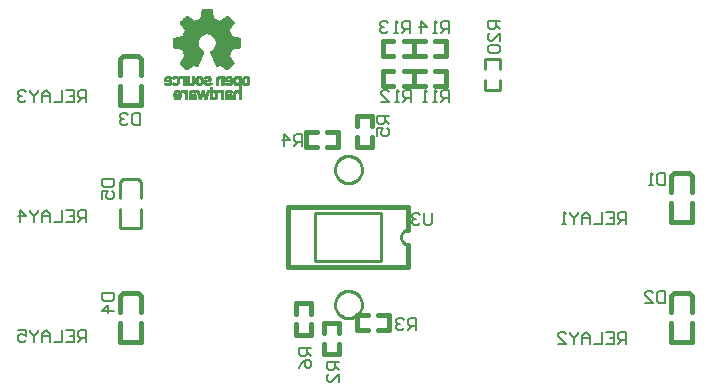
<source format=gbo>
*%FSLAX25Y25*%
*%MOIN*%
G01*
%ADD11C,0.00100*%
%ADD12C,0.00700*%
%ADD13C,0.00733*%
%ADD14C,0.01000*%
%ADD15C,0.01200*%
%ADD16C,0.01500*%
%ADD17C,0.02000*%
%ADD18C,0.03000*%
%ADD19C,0.04000*%
%ADD20C,0.04800*%
%ADD21C,0.05000*%
%ADD22C,0.05800*%
%ADD23C,0.07000*%
%ADD24C,0.08000*%
%ADD25C,0.08800*%
%ADD26C,0.12000*%
%ADD27R,0.00967X0.00967*%
%ADD28R,0.01000X0.01000*%
%ADD29R,0.01386X0.01386*%
%ADD30R,0.01500X0.01500*%
%ADD31R,0.02000X0.02000*%
%ADD32R,0.02000X0.02000*%
%ADD33R,0.02500X0.02500*%
%ADD34R,0.02500X0.02500*%
%ADD35R,0.03000X0.03000*%
%ADD36R,0.03000X0.03000*%
%ADD37R,0.03500X0.03500*%
%ADD38R,0.03500X0.03500*%
%ADD39R,0.03800X0.03800*%
%ADD40R,0.04000X0.04000*%
%ADD41R,0.04000X0.04000*%
%ADD42R,0.04500X0.04500*%
%ADD43R,0.05000X0.05000*%
%ADD44R,0.05000X0.06000*%
%ADD45R,0.05000X0.05000*%
%ADD46R,0.05800X0.06800*%
%ADD47R,0.06000X0.05000*%
%ADD48R,0.06000X0.06000*%
%ADD49R,0.06800X0.05800*%
%ADD50R,0.08500X0.08500*%
%ADD51R,0.09000X0.09000*%
%ADD52R,0.10000X0.10000*%
D11*
X939900Y858400D02*
X943200D01*
Y858300D02*
X939900D01*
Y858200D02*
X943200D01*
Y858100D02*
X939900D01*
X939800Y858000D02*
X943300D01*
Y857900D02*
X939800D01*
Y857800D02*
X943300D01*
Y857700D02*
X939800D01*
Y857600D02*
X943300D01*
Y857500D02*
X939800D01*
X939700Y857400D02*
X943400D01*
Y857300D02*
X939700D01*
Y857200D02*
X943400D01*
Y857100D02*
X939700D01*
Y857000D02*
X943400D01*
Y856900D02*
X939700D01*
Y856800D02*
X943400D01*
X943500Y856700D02*
X939600D01*
Y856600D02*
X943500D01*
Y856500D02*
X939600D01*
Y856400D02*
X943500D01*
X943600Y856300D02*
X939500D01*
X948100Y856200D02*
X948500D01*
X943600D02*
X939500D01*
X935000D02*
X934600D01*
X947900Y856100D02*
X948600D01*
X943600D02*
X939500D01*
X935200D02*
X934500D01*
X947700Y856000D02*
X948700D01*
X943600D02*
X939500D01*
X935400D02*
X934400D01*
X947600Y855900D02*
X948800D01*
X943600D02*
X939500D01*
X935500D02*
X934300D01*
X947500Y855800D02*
X948900D01*
X943700D02*
X939400D01*
X935600D02*
X934200D01*
X947300Y855700D02*
X949000D01*
X943700D02*
X939400D01*
X935800D02*
X934100D01*
X947200Y855600D02*
X949100D01*
X943700D02*
X939400D01*
X935900D02*
X934000D01*
X947000Y855500D02*
X949200D01*
X943700D02*
X939400D01*
X936100D02*
X933900D01*
X946900Y855400D02*
X949300D01*
X943900D02*
X939200D01*
X936200D02*
X933800D01*
X946700Y855300D02*
X949400D01*
X944100D02*
X939000D01*
X936400D02*
X933700D01*
X946600Y855200D02*
X949500D01*
X944300D02*
X938800D01*
X936500D02*
X933600D01*
X946500Y855100D02*
X949600D01*
X944600D02*
X938500D01*
X936600D02*
X933500D01*
X946300Y855000D02*
X949700D01*
X944800D02*
X938300D01*
X936800D02*
X933400D01*
X946200Y854900D02*
X949800D01*
X945100D02*
X938000D01*
X936900D02*
X933300D01*
X946000Y854800D02*
X949900D01*
X945300D02*
X937800D01*
X937100D02*
X933200D01*
X945900Y854700D02*
X950000D01*
X945600D02*
X937500D01*
X937200D02*
X933100D01*
X933000Y854600D02*
X950100D01*
X950200Y854500D02*
X932900D01*
X932800Y854400D02*
X950300D01*
X950400Y854300D02*
X932700D01*
X932600Y854200D02*
X950500D01*
Y854100D02*
X932600D01*
Y854000D02*
X950500D01*
X950400Y853900D02*
X932700D01*
X932800Y853800D02*
X950300D01*
Y853700D02*
X932800D01*
X932900Y853600D02*
X950200D01*
X950100Y853500D02*
X933000D01*
Y853400D02*
X950100D01*
X950000Y853300D02*
X933100D01*
X933200Y853200D02*
X949900D01*
Y853100D02*
X933200D01*
X933300Y853000D02*
X949800D01*
X949700Y852900D02*
X933400D01*
Y852800D02*
X949700D01*
X949600Y852700D02*
X933500D01*
X933600Y852600D02*
X949500D01*
X949400Y852500D02*
X933700D01*
Y852400D02*
X949400D01*
X949300Y852300D02*
X933800D01*
X933900Y852100D02*
X949200D01*
X949100Y852000D02*
X934000D01*
X934100Y851900D02*
X949000D01*
Y851800D02*
X934100D01*
X934200Y851700D02*
X948900D01*
X948800Y851600D02*
X934300D01*
X934200Y851500D02*
X948900D01*
Y851400D02*
X934200D01*
X934100Y851300D02*
X949000D01*
Y851200D02*
X934100D01*
X934000Y851100D02*
X949100D01*
Y851000D02*
X934000D01*
Y850900D02*
X949100D01*
X949200Y850800D02*
X933900D01*
Y850700D02*
X949200D01*
X949300Y850600D02*
X933800D01*
Y850500D02*
X949300D01*
Y850400D02*
X933800D01*
X942000Y850300D02*
X949400D01*
X941100D02*
X933700D01*
X942400Y850200D02*
X949400D01*
X940700D02*
X933700D01*
X942700Y850100D02*
X949500D01*
X940400D02*
X933600D01*
X942900Y850000D02*
X949500D01*
X940200D02*
X933600D01*
X943200Y849900D02*
X949600D01*
X939900D02*
X933500D01*
X943300Y849800D02*
X949600D01*
X939800D02*
X933500D01*
X943400Y849700D02*
X949700D01*
X939700D02*
X933400D01*
X943500Y849600D02*
X949700D01*
X939600D02*
X933400D01*
X943600Y849500D02*
X949800D01*
X939500D02*
X933300D01*
X943800Y849400D02*
X950300D01*
X939300D02*
X932800D01*
X943800Y849300D02*
X950900D01*
X939300D02*
X932200D01*
X943900Y849200D02*
X951400D01*
X939200D02*
X931700D01*
X944000Y849100D02*
X951900D01*
X939100D02*
X931200D01*
X944100Y849000D02*
X952300D01*
X939000D02*
X930800D01*
X944100Y848900D02*
X952700D01*
X939000D02*
X930400D01*
X944200Y848800D02*
X952700D01*
X938900D02*
X930400D01*
X944200Y848700D02*
X952700D01*
X938900D02*
X930400D01*
X944300Y848600D02*
X952700D01*
X938800D02*
X930400D01*
X944300Y848500D02*
X952700D01*
X938800D02*
X930400D01*
X944400Y848400D02*
X952700D01*
X938700D02*
X930400D01*
X944400Y848300D02*
X952700D01*
X938700D02*
X930400D01*
X944400Y848200D02*
X952700D01*
X938700D02*
X930400D01*
X944500Y848100D02*
X952700D01*
X938600D02*
X930400D01*
X944500Y848000D02*
X952700D01*
X938600D02*
X930400D01*
X944500Y847900D02*
X952700D01*
X938600D02*
X930400D01*
X944500Y847800D02*
X952700D01*
X938600D02*
X930400D01*
X944500Y847700D02*
X952700D01*
X938600D02*
X930400D01*
X944500Y847600D02*
X952700D01*
X938600D02*
X930400D01*
X944500Y847500D02*
X952700D01*
X938600D02*
X930400D01*
X944500Y847400D02*
X952700D01*
X938600D02*
X930400D01*
X944500Y847300D02*
X952700D01*
X938600D02*
X930400D01*
X944500Y847200D02*
X952700D01*
X938600D02*
X930400D01*
X944500Y847100D02*
X952700D01*
X938600D02*
X930400D01*
X944500Y847000D02*
X952700D01*
X938600D02*
X930400D01*
X944500Y846900D02*
X952700D01*
X938600D02*
X930400D01*
X944500Y846800D02*
X952700D01*
X938600D02*
X930400D01*
X944500Y846700D02*
X952700D01*
X938600D02*
X930400D01*
X944500Y846600D02*
X952700D01*
X938600D02*
X930400D01*
X944500Y846500D02*
X952700D01*
X938600D02*
X930400D01*
X944400Y846400D02*
X952700D01*
X938700D02*
X930400D01*
X944400Y846300D02*
X952700D01*
X938700D02*
X930400D01*
X944400Y846200D02*
X952700D01*
X938700D02*
X930400D01*
X944300Y846100D02*
X952700D01*
X938800D02*
X930400D01*
X944200Y846000D02*
X952700D01*
X938900D02*
X930400D01*
X944200Y845900D02*
X952700D01*
X938900D02*
X930400D01*
X944100Y845800D02*
X952600D01*
X939000D02*
X930500D01*
X944100Y845700D02*
X952300D01*
X939000D02*
X930800D01*
X944000Y845600D02*
X951800D01*
X939100D02*
X931300D01*
X944000Y845500D02*
X951400D01*
X939100D02*
X931700D01*
X943900Y845400D02*
X950900D01*
X939200D02*
X932200D01*
X943800Y845300D02*
X950300D01*
X939300D02*
X932800D01*
X943700Y845200D02*
X949800D01*
X939400D02*
X933300D01*
X943600Y845100D02*
X949800D01*
X939500D02*
X933300D01*
X943500Y845000D02*
X949700D01*
X939600D02*
X933400D01*
X943300Y844900D02*
X949700D01*
X939800D02*
X933400D01*
X943200Y844800D02*
X949700D01*
X939900D02*
X933400D01*
X943100Y844700D02*
X949600D01*
X940000D02*
X933500D01*
X942900Y844600D02*
X949600D01*
X940200D02*
X933500D01*
X942700Y844500D02*
X949500D01*
X940400D02*
X933600D01*
X942700Y844400D02*
X949500D01*
X940400D02*
X933600D01*
X942700Y844300D02*
X949400D01*
X940400D02*
X933700D01*
X942700Y844200D02*
X949400D01*
X940400D02*
X933700D01*
X942700Y844100D02*
X949300D01*
X940400D02*
X933800D01*
X942800Y844000D02*
X949300D01*
X940300D02*
X933800D01*
X942800Y843900D02*
X949300D01*
X940300D02*
X933800D01*
X942900Y843800D02*
X949200D01*
X940200D02*
X933900D01*
X942900Y843700D02*
X949200D01*
X940200D02*
X933900D01*
X942900Y843600D02*
X949200D01*
X940200D02*
X933900D01*
X943000Y843500D02*
X949100D01*
X940100D02*
X934000D01*
X943000Y843400D02*
X949100D01*
X940100D02*
X934000D01*
X943100Y843300D02*
X949000D01*
X940000D02*
X934100D01*
X943100Y843200D02*
X949000D01*
X940000D02*
X934100D01*
X943200Y843100D02*
X949000D01*
X939900D02*
X934100D01*
X943200Y843000D02*
X948900D01*
X939900D02*
X934200D01*
X943300Y842900D02*
X949000D01*
X939800D02*
X934100D01*
X943300Y842800D02*
X949000D01*
X939800D02*
X934100D01*
X943300Y842700D02*
X949100D01*
X939800D02*
X934000D01*
X943400Y842600D02*
X949200D01*
X939700D02*
X933900D01*
X943400Y842500D02*
X949200D01*
X939700D02*
X933900D01*
X943500Y842400D02*
X949300D01*
X939600D02*
X933800D01*
X943500Y842300D02*
X949400D01*
X939600D02*
X933700D01*
X943500Y842200D02*
X949500D01*
X939600D02*
X933600D01*
X943600Y842100D02*
X949500D01*
X939500D02*
X933600D01*
X943600Y842000D02*
X949600D01*
X939500D02*
X933500D01*
X943700Y841900D02*
X949700D01*
X939400D02*
X933400D01*
X943700Y841800D02*
X949700D01*
X939400D02*
X933400D01*
X943800Y841700D02*
X949800D01*
X939300D02*
X933300D01*
X943800Y841600D02*
X949900D01*
X939300D02*
X933200D01*
X943800Y841500D02*
X949900D01*
X939300D02*
X933200D01*
X943900Y841400D02*
X950000D01*
X939200D02*
X933100D01*
X943900Y841300D02*
X950100D01*
X939200D02*
X933000D01*
X943900Y841200D02*
X950100D01*
X939200D02*
X933000D01*
X944000Y841100D02*
X950200D01*
X939100D02*
X932900D01*
X944000Y841000D02*
X950300D01*
X939100D02*
X932800D01*
X944100Y840900D02*
X950300D01*
X939000D02*
X932800D01*
X944100Y840800D02*
X950400D01*
X939000D02*
X932700D01*
X944200Y840700D02*
X950500D01*
X938900D02*
X932600D01*
X944200Y840600D02*
X950500D01*
X938900D02*
X932600D01*
X944200Y840500D02*
X950500D01*
X938900D02*
X932600D01*
X944300Y840400D02*
X950400D01*
X938800D02*
X932700D01*
X944300Y840300D02*
X950300D01*
X938800D02*
X932800D01*
X944400Y840200D02*
X950200D01*
X938700D02*
X932900D01*
X944400Y840100D02*
X950100D01*
X938700D02*
X933000D01*
X944500Y840000D02*
X950000D01*
X938600D02*
X933100D01*
X946000Y839900D02*
X949900D01*
X945900D02*
X944500D01*
X938600D02*
X937200D01*
X937100D02*
X933200D01*
X946200Y839800D02*
X949800D01*
X945700D02*
X944500D01*
X938600D02*
X937400D01*
X936900D02*
X933300D01*
X946300Y839700D02*
X949700D01*
X945400D02*
X944600D01*
X938500D02*
X937700D01*
X936800D02*
X933400D01*
X946500Y839600D02*
X949600D01*
X945300D02*
X944600D01*
X938500D02*
X937800D01*
X936600D02*
X933500D01*
X946600Y839500D02*
X949500D01*
X945100D02*
X944700D01*
X938400D02*
X938000D01*
X936500D02*
X933600D01*
X946800Y839400D02*
X949400D01*
X944900D02*
X944800D01*
X938300D02*
X938200D01*
X936300D02*
X933700D01*
X946900Y839300D02*
X949300D01*
X936200D02*
X933800D01*
X947100Y839200D02*
X949200D01*
X936000D02*
X933900D01*
X947200Y839100D02*
X949100D01*
X935900D02*
X934000D01*
X947300Y839000D02*
X949000D01*
X935800D02*
X934100D01*
X947500Y838900D02*
X948900D01*
X935600D02*
X934200D01*
X947600Y838800D02*
X948800D01*
X935500D02*
X934300D01*
X947800Y838700D02*
X948700D01*
X935300D02*
X934400D01*
X947900Y838600D02*
X948600D01*
X935200D02*
X934500D01*
X948100Y838500D02*
X948500D01*
X935000D02*
X934600D01*
X954100Y836200D02*
X955100D01*
X952900D02*
X952200D01*
X951900D02*
X951000D01*
X949300D02*
X948400D01*
X947200D02*
X946400D01*
X946200D02*
X945300D01*
X942300D02*
X941200D01*
X939500D02*
X938500D01*
X937400D02*
X936600D01*
X935600D02*
X934800D01*
X934300D02*
X933600D01*
X933300D02*
X932500D01*
X931500D02*
X930500D01*
X929000D02*
X928100D01*
X953900Y836100D02*
X955300D01*
X952900D02*
X952200D01*
X952100D02*
X950900D01*
X949500D02*
X948200D01*
X947200D02*
X946400D01*
X946300D02*
X945200D01*
X942500D02*
X941000D01*
X939700D02*
X938300D01*
X937400D02*
X936600D01*
X935600D02*
X934800D01*
X934300D02*
X933600D01*
X933500D02*
X932200D01*
X931700D02*
X930300D01*
X929200D02*
X927900D01*
X953800Y836000D02*
X955400D01*
X952900D02*
X950800D01*
X949600D02*
X948000D01*
X947200D02*
X945000D01*
X942700D02*
X940800D01*
X939800D02*
X938200D01*
X937400D02*
X936600D01*
X935600D02*
X934800D01*
X934300D02*
X932200D01*
X931800D02*
X930100D01*
X929300D02*
X927700D01*
X953700Y835900D02*
X955500D01*
X952900D02*
X950700D01*
X949700D02*
X947900D01*
X947200D02*
X944900D01*
X942800D02*
X940600D01*
X939900D02*
X938100D01*
X937400D02*
X936600D01*
X935600D02*
X934800D01*
X934300D02*
X932200D01*
X931900D02*
X930000D01*
X929400D02*
X927600D01*
X953600Y835800D02*
X955600D01*
X952900D02*
X950600D01*
X949800D02*
X947800D01*
X947200D02*
X944800D01*
X942800D02*
X940600D01*
X940000D02*
X938000D01*
X937400D02*
X936600D01*
X935600D02*
X934800D01*
X934300D02*
X932300D01*
X932000D02*
X929900D01*
X929500D02*
X927500D01*
X953500Y835700D02*
X955700D01*
X952900D02*
X950500D01*
X949900D02*
X947800D01*
X947200D02*
X944800D01*
X942900D02*
X940600D01*
X940100D02*
X937900D01*
X937400D02*
X936600D01*
X935600D02*
X934800D01*
X934300D02*
X932400D01*
X932100D02*
X929800D01*
X929600D02*
X927400D01*
X953400Y835600D02*
X955700D01*
X952900D02*
X950500D01*
X949900D02*
X947700D01*
X947200D02*
X944700D01*
X943000D02*
X940700D01*
X940200D02*
X937900D01*
X937400D02*
X936600D01*
X935600D02*
X934800D01*
X934300D02*
X932500D01*
X932200D02*
X929800D01*
X929600D02*
X927400D01*
X954700Y835500D02*
X955800D01*
X954400D02*
X953400D01*
X952900D02*
X951900D01*
X951400D02*
X950400D01*
X950000D02*
X949100D01*
X948600D02*
X947600D01*
X947200D02*
X946100D01*
X945700D02*
X944700D01*
X943000D02*
X942100D01*
X941400D02*
X940800D01*
X940200D02*
X939200D01*
X938900D02*
X937800D01*
X937400D02*
X936600D01*
X935600D02*
X934800D01*
X934300D02*
X933300D01*
X932900D02*
X932500D01*
X932200D02*
X931200D01*
X930700D02*
X930000D01*
X929700D02*
X928800D01*
X928300D02*
X927300D01*
X954900Y835400D02*
X955800D01*
X954200D02*
X953400D01*
X952900D02*
X952000D01*
X951300D02*
X950400D01*
X950000D02*
X949200D01*
X948500D02*
X947600D01*
X947200D02*
X946300D01*
X945600D02*
X944700D01*
X943000D02*
X942200D01*
X941200D02*
X940900D01*
X940300D02*
X939400D01*
X938700D02*
X937800D01*
X937400D02*
X936600D01*
X935600D02*
X934800D01*
X934300D02*
X933400D01*
X932300D02*
X931400D01*
X930600D02*
X930100D01*
X929700D02*
X928900D01*
X928100D02*
X927300D01*
X955000Y835300D02*
X955800D01*
X954100D02*
X953300D01*
X952900D02*
X952100D01*
X951200D02*
X950400D01*
X950100D02*
X949300D01*
X948400D02*
X947600D01*
X947200D02*
X946300D01*
X945500D02*
X944600D01*
X943000D02*
X942200D01*
X941100D02*
X941000D01*
X940300D02*
X939400D01*
X938600D02*
X937800D01*
X937400D02*
X936600D01*
X935600D02*
X934800D01*
X934300D02*
X933500D01*
X932300D02*
X931500D01*
X930500D02*
X930200D01*
X929700D02*
X929000D01*
X928100D02*
X927300D01*
X955100Y835200D02*
X955800D01*
X954100D02*
X953300D01*
X952900D02*
X952100D01*
X951200D02*
X950400D01*
X950100D02*
X949300D01*
X948300D02*
X947500D01*
X947200D02*
X946400D01*
X945500D02*
X944600D01*
X943000D02*
X942200D01*
X940300D02*
X939500D01*
X938500D02*
X937700D01*
X937400D02*
X936600D01*
X935600D02*
X934800D01*
X934300D02*
X933500D01*
X932300D02*
X931500D01*
X929800D02*
X929000D01*
X928000D02*
X927300D01*
X955100Y835100D02*
X955800D01*
X954100D02*
X953300D01*
X952900D02*
X952100D01*
X951200D02*
X950400D01*
X950100D02*
X949400D01*
X948300D02*
X947500D01*
X947200D02*
X946400D01*
X945400D02*
X944600D01*
X943000D02*
X942000D01*
X940300D02*
X939500D01*
X938500D02*
X937700D01*
X937400D02*
X936600D01*
X935600D02*
X934800D01*
X934300D02*
X933500D01*
X932400D02*
X931600D01*
X929800D02*
X929000D01*
X928000D02*
X927300D01*
X955100Y835000D02*
X955800D01*
X954100D02*
X953300D01*
X952900D02*
X952200D01*
X951100D02*
X950400D01*
X950100D02*
X947500D01*
X947200D02*
X946400D01*
X945400D02*
X944600D01*
X942900D02*
X941200D01*
X940300D02*
X939500D01*
X938500D02*
X937700D01*
X937400D02*
X936600D01*
X935600D02*
X934800D01*
X934300D02*
X933600D01*
X932400D02*
X931600D01*
X929800D02*
X927300D01*
X955100Y834900D02*
X955800D01*
X954100D02*
X953300D01*
X952900D02*
X952200D01*
X951100D02*
X950400D01*
X950100D02*
X947500D01*
X947200D02*
X946400D01*
X945400D02*
X944600D01*
X942900D02*
X940900D01*
X940300D02*
X939500D01*
X938500D02*
X937700D01*
X937400D02*
X936600D01*
X935600D02*
X934800D01*
X934300D02*
X933600D01*
X932400D02*
X931600D01*
X929800D02*
X927300D01*
X955100Y834800D02*
X955800D01*
X954100D02*
X953300D01*
X952900D02*
X952200D01*
X951100D02*
X950400D01*
X950100D02*
X947500D01*
X947200D02*
X946400D01*
X945400D02*
X944600D01*
X942800D02*
X940800D01*
X940300D02*
X939600D01*
X938500D02*
X937700D01*
X937400D02*
X936600D01*
X935600D02*
X934800D01*
X934300D02*
X933600D01*
X932400D02*
X931600D01*
X929800D02*
X927300D01*
X955100Y834700D02*
X955800D01*
X954000D02*
X953300D01*
X952900D02*
X952200D01*
X951100D02*
X950400D01*
X950100D02*
X947500D01*
X947200D02*
X946400D01*
X945400D02*
X944600D01*
X942800D02*
X940700D01*
X940300D02*
X939600D01*
X938500D02*
X937700D01*
X937400D02*
X936600D01*
X935600D02*
X934800D01*
X934300D02*
X933600D01*
X932400D02*
X931600D01*
X929800D02*
X927300D01*
X955100Y834600D02*
X955800D01*
X954100D02*
X953300D01*
X952900D02*
X952200D01*
X951100D02*
X950400D01*
X950100D02*
X947500D01*
X947200D02*
X946400D01*
X945400D02*
X944600D01*
X942700D02*
X940600D01*
X940300D02*
X939600D01*
X938500D02*
X937700D01*
X937400D02*
X936600D01*
X935600D02*
X934800D01*
X934300D02*
X933600D01*
X932400D02*
X931600D01*
X929800D02*
X927300D01*
X955100Y834500D02*
X955800D01*
X954100D02*
X953300D01*
X952900D02*
X952200D01*
X951100D02*
X950400D01*
X950100D02*
X947500D01*
X947200D02*
X946400D01*
X945400D02*
X944600D01*
X942500D02*
X940600D01*
X940300D02*
X939600D01*
X938500D02*
X937700D01*
X937400D02*
X936600D01*
X935600D02*
X934800D01*
X934300D02*
X933600D01*
X932400D02*
X931600D01*
X929800D02*
X927300D01*
X955100Y834400D02*
X955800D01*
X954100D02*
X953300D01*
X952900D02*
X952200D01*
X951100D02*
X950400D01*
X950100D02*
X947500D01*
X947200D02*
X946400D01*
X945400D02*
X944600D01*
X942300D02*
X940500D01*
X940300D02*
X939500D01*
X938500D02*
X937700D01*
X937400D02*
X936600D01*
X935600D02*
X934800D01*
X934300D02*
X933600D01*
X932400D02*
X931600D01*
X929800D02*
X927300D01*
X955100Y834300D02*
X955800D01*
X954100D02*
X953300D01*
X952900D02*
X952200D01*
X951200D02*
X950400D01*
X950100D02*
X949400D01*
X947200D02*
X946400D01*
X945400D02*
X944600D01*
X941400D02*
X940500D01*
X940300D02*
X939500D01*
X938500D02*
X937700D01*
X937400D02*
X936600D01*
X935600D02*
X934800D01*
X934300D02*
X933600D01*
X932400D02*
X931600D01*
X929800D02*
X929000D01*
X955100Y834200D02*
X955800D01*
X954100D02*
X953300D01*
X952900D02*
X952100D01*
X951200D02*
X950400D01*
X950100D02*
X949300D01*
X947200D02*
X946400D01*
X945400D02*
X944600D01*
X941300D02*
X940500D01*
X940300D02*
X939500D01*
X938500D02*
X937700D01*
X937400D02*
X936600D01*
X935600D02*
X934800D01*
X934300D02*
X933600D01*
X932400D02*
X931500D01*
X929800D02*
X929000D01*
X955000Y834100D02*
X955800D01*
X954100D02*
X953300D01*
X952900D02*
X952100D01*
X951200D02*
X950400D01*
X950100D02*
X949300D01*
X947200D02*
X946400D01*
X945400D02*
X944600D01*
X942800D02*
X942600D01*
X941300D02*
X940500D01*
X940300D02*
X939500D01*
X938600D02*
X937800D01*
X937400D02*
X936500D01*
X935600D02*
X934800D01*
X934300D02*
X933600D01*
X932300D02*
X931500D01*
X930400D02*
X930300D01*
X929700D02*
X929000D01*
X955000Y834000D02*
X955800D01*
X954200D02*
X953400D01*
X952900D02*
X952000D01*
X951300D02*
X950400D01*
X950000D02*
X949200D01*
X948200D02*
X948000D01*
X947200D02*
X946400D01*
X945400D02*
X944600D01*
X942900D02*
X942500D01*
X941300D02*
X940500D01*
X940300D02*
X939400D01*
X938600D02*
X937800D01*
X937400D02*
X936500D01*
X935700D02*
X934800D01*
X934300D02*
X933600D01*
X932300D02*
X931400D01*
X930500D02*
X930200D01*
X929700D02*
X928900D01*
X927900D02*
X927700D01*
X954800Y833900D02*
X955800D01*
X954300D02*
X953400D01*
X952900D02*
X951900D01*
X951400D02*
X950400D01*
X950000D02*
X949100D01*
X948400D02*
X947900D01*
X947200D02*
X946400D01*
X945400D02*
X944600D01*
X943000D02*
X942300D01*
X941400D02*
X940500D01*
X940200D02*
X939300D01*
X938800D02*
X937800D01*
X937300D02*
X936300D01*
X935800D02*
X934800D01*
X934300D02*
X933600D01*
X932300D02*
X931300D01*
X930700D02*
X930100D01*
X929700D02*
X928800D01*
X928100D02*
X927600D01*
X953400Y833800D02*
X955800D01*
X952900D02*
X950400D01*
X950000D02*
X947700D01*
X947200D02*
X946400D01*
X945400D02*
X944600D01*
X943200D02*
X940500D01*
X940200D02*
X937900D01*
X937300D02*
X934800D01*
X934300D02*
X933600D01*
X932200D02*
X929900D01*
X929700D02*
X927400D01*
X953400Y833700D02*
X955700D01*
X952900D02*
X950500D01*
X949900D02*
X947600D01*
X947200D02*
X946400D01*
X945400D02*
X944600D01*
X943200D02*
X940600D01*
X940100D02*
X937900D01*
X937300D02*
X934800D01*
X934300D02*
X933600D01*
X932100D02*
X929800D01*
X929600D02*
X927300D01*
X953500Y833600D02*
X955600D01*
X952900D02*
X950500D01*
X949900D02*
X947600D01*
X947200D02*
X946400D01*
X945400D02*
X944600D01*
X943200D02*
X940600D01*
X940100D02*
X938000D01*
X937200D02*
X934800D01*
X934300D02*
X933600D01*
X932100D02*
X929800D01*
X929600D02*
X927300D01*
X953600Y833500D02*
X955600D01*
X952900D02*
X950600D01*
X949800D02*
X947700D01*
X947200D02*
X946400D01*
X945400D02*
X944600D01*
X943000D02*
X940700D01*
X940000D02*
X938000D01*
X937100D02*
X934800D01*
X934300D02*
X933600D01*
X932000D02*
X930000D01*
X929500D02*
X927300D01*
X953700Y833400D02*
X955500D01*
X952900D02*
X950700D01*
X949700D02*
X947800D01*
X947200D02*
X946400D01*
X945400D02*
X944600D01*
X942900D02*
X940800D01*
X939900D02*
X938100D01*
X937000D02*
X934800D01*
X934300D02*
X933600D01*
X931900D02*
X930100D01*
X929400D02*
X927500D01*
X953800Y833300D02*
X955300D01*
X952900D02*
X952200D01*
X952100D02*
X950800D01*
X949600D02*
X947900D01*
X947200D02*
X946400D01*
X945400D02*
X944600D01*
X942700D02*
X940900D01*
X939800D02*
X938300D01*
X936900D02*
X934800D01*
X934300D02*
X933600D01*
X931800D02*
X930200D01*
X929300D02*
X927600D01*
X954000Y833200D02*
X955200D01*
X952900D02*
X952200D01*
X952000D02*
X951000D01*
X949400D02*
X948100D01*
X947200D02*
X946400D01*
X945400D02*
X944600D01*
X942500D02*
X941100D01*
X939600D02*
X938400D01*
X936800D02*
X935800D01*
X935600D02*
X934800D01*
X934300D02*
X933600D01*
X931600D02*
X930400D01*
X929100D02*
X927800D01*
X954400Y833100D02*
X954700D01*
X952900D02*
X952200D01*
X951600D02*
X951300D01*
X949000D02*
X948600D01*
X942000D02*
X941700D01*
X939200D02*
X938900D01*
X936400D02*
X936100D01*
X931100D02*
X930800D01*
X928700D02*
X928300D01*
X952200Y833000D02*
X952900D01*
Y832900D02*
X952200D01*
Y832800D02*
X952900D01*
Y832700D02*
X952200D01*
X943300D02*
X942500D01*
X952200Y832600D02*
X952900D01*
X943300D02*
X942500D01*
X952200Y832500D02*
X952900D01*
X943300D02*
X942500D01*
X952200Y832400D02*
X952900D01*
X943300D02*
X942500D01*
X952200Y832300D02*
X952900D01*
X943300D02*
X942500D01*
X952200Y832200D02*
X952900D01*
X943300D02*
X942500D01*
X952200Y832100D02*
X952900D01*
X943300D02*
X942500D01*
X952200Y832000D02*
X952900D01*
X943300D02*
X942500D01*
X952200Y831900D02*
X952900D01*
X943300D02*
X942500D01*
X952200Y831800D02*
X952900D01*
X943300D02*
X942500D01*
X952200Y831700D02*
X952900D01*
X943300D02*
X942500D01*
X952200Y831600D02*
X952900D01*
X943300D02*
X942500D01*
X952200Y831500D02*
X952900D01*
X951900D02*
X951100D01*
X949400D02*
X948300D01*
X947100D02*
X946300D01*
X946000D02*
X945200D01*
X944400D02*
X943600D01*
X943300D02*
X942500D01*
X942400D02*
X941600D01*
X940500D02*
X939900D01*
X938800D02*
X938000D01*
X937400D02*
X936300D01*
X935100D02*
X934300D01*
X934000D02*
X933200D01*
X932200D02*
X931300D01*
X952200Y831400D02*
X952900D01*
X952100D02*
X950900D01*
X949600D02*
X948000D01*
X947100D02*
X946300D01*
X946200D02*
X945000D01*
X944600D02*
X943400D01*
X943300D02*
X942500D01*
X942300D02*
X941500D01*
X940500D02*
X939900D01*
X938800D02*
X938000D01*
X937600D02*
X936000D01*
X935100D02*
X934300D01*
X934200D02*
X933000D01*
X932400D02*
X931100D01*
X950800Y831300D02*
X952900D01*
X949800D02*
X947900D01*
X947100D02*
X944900D01*
X944700D02*
X942500D01*
X942300D02*
X941500D01*
X940500D02*
X939800D01*
X938900D02*
X938000D01*
X937800D02*
X935900D01*
X935100D02*
X932900D01*
X932500D02*
X930900D01*
X950600Y831200D02*
X952900D01*
X949900D02*
X947800D01*
X947100D02*
X944900D01*
X944800D02*
X942500D01*
X942300D02*
X941500D01*
X940600D02*
X939800D01*
X938900D02*
X938100D01*
X937900D02*
X935800D01*
X935100D02*
X932900D01*
X932600D02*
X930800D01*
X950600Y831100D02*
X952900D01*
X949900D02*
X947700D01*
X947100D02*
X945000D01*
X944900D02*
X942500D01*
X942200D02*
X941500D01*
X940600D02*
X939700D01*
X938900D02*
X938100D01*
X938000D02*
X935700D01*
X935100D02*
X933000D01*
X932700D02*
X930700D01*
X950500Y831000D02*
X952900D01*
X949900D02*
X947700D01*
X947100D02*
X945100D01*
X944900D02*
X942500D01*
X942200D02*
X941500D01*
X940600D02*
X939700D01*
X938900D02*
X938100D01*
X937900D02*
X935600D01*
X935100D02*
X933100D01*
X932800D02*
X930700D01*
X950500Y830900D02*
X952900D01*
X949800D02*
X947600D01*
X947100D02*
X945200D01*
X945000D02*
X942500D01*
X942200D02*
X941400D01*
X940700D02*
X939700D01*
X939000D02*
X938200D01*
X937800D02*
X935600D01*
X935100D02*
X933200D01*
X932800D02*
X930600D01*
X951700Y830800D02*
X952900D01*
X951600D02*
X950400D01*
X949700D02*
X949200D01*
X948500D02*
X947600D01*
X947100D02*
X945900D01*
X945800D02*
X945300D01*
X945000D02*
X943900D01*
X943700D02*
X942500D01*
X942200D02*
X941400D01*
X940700D02*
X939700D01*
X939000D02*
X938200D01*
X937700D02*
X937200D01*
X936500D02*
X935600D01*
X935100D02*
X933900D01*
X933800D02*
X933300D01*
X932900D02*
X932000D01*
X931500D02*
X930500D01*
X952000Y830700D02*
X952900D01*
X951300D02*
X950400D01*
X949600D02*
X949300D01*
X948400D02*
X947600D01*
X947100D02*
X946200D01*
X945000D02*
X944100D01*
X943400D02*
X942500D01*
X942100D02*
X941400D01*
X940800D02*
X939700D01*
X939000D02*
X938200D01*
X937500D02*
X937300D01*
X936300D02*
X935600D01*
X935100D02*
X934100D01*
X933000D02*
X932100D01*
X931400D02*
X930500D01*
X952100Y830600D02*
X952900D01*
X951200D02*
X950400D01*
X948300D02*
X947600D01*
X947100D02*
X946200D01*
X945000D02*
X944200D01*
X943400D02*
X942500D01*
X942100D02*
X941300D01*
X940800D02*
X939600D01*
X939000D02*
X938300D01*
X936300D02*
X935600D01*
X935100D02*
X934200D01*
X933000D02*
X932200D01*
X931300D02*
X930500D01*
X952100Y830500D02*
X952900D01*
X951200D02*
X950400D01*
X948300D02*
X947600D01*
X947100D02*
X946300D01*
X945000D02*
X944200D01*
X943400D02*
X942500D01*
X942100D02*
X941300D01*
X940800D02*
X939600D01*
X939100D02*
X938300D01*
X936300D02*
X935600D01*
X935100D02*
X934300D01*
X933000D02*
X932200D01*
X931300D02*
X930400D01*
X952200Y830400D02*
X952900D01*
X951100D02*
X950400D01*
X948300D02*
X947600D01*
X947100D02*
X946300D01*
X945100D02*
X944300D01*
X943300D02*
X942500D01*
X942000D02*
X941300D01*
X940800D02*
X939500D01*
X939100D02*
X938300D01*
X936300D02*
X935600D01*
X935100D02*
X934300D01*
X933000D02*
X932300D01*
X931200D02*
X930400D01*
X952200Y830300D02*
X952900D01*
X951100D02*
X950400D01*
X949400D02*
X947600D01*
X947100D02*
X946300D01*
X945100D02*
X944300D01*
X943300D02*
X942500D01*
X942000D02*
X941300D01*
X940900D02*
X939500D01*
X939100D02*
X938400D01*
X937300D02*
X935600D01*
X935100D02*
X934300D01*
X933000D02*
X930400D01*
X952200Y830200D02*
X952900D01*
X951100D02*
X950400D01*
X949600D02*
X947600D01*
X947100D02*
X946300D01*
X945100D02*
X944300D01*
X943300D02*
X942500D01*
X942000D02*
X941200D01*
X940900D02*
X939500D01*
X939200D02*
X938400D01*
X937600D02*
X935600D01*
X935100D02*
X934300D01*
X933100D02*
X930400D01*
X952200Y830100D02*
X952900D01*
X951100D02*
X950400D01*
X949800D02*
X947600D01*
X947100D02*
X946300D01*
X945100D02*
X944300D01*
X943300D02*
X942500D01*
X942000D02*
X941200D01*
X940900D02*
X940300D01*
X940100D02*
X939400D01*
X939200D02*
X938400D01*
X937800D02*
X935600D01*
X935100D02*
X934300D01*
X933100D02*
X930400D01*
X952200Y830000D02*
X952900D01*
X951100D02*
X950400D01*
X949900D02*
X947600D01*
X947100D02*
X946300D01*
X945100D02*
X944300D01*
X943300D02*
X942500D01*
X941900D02*
X941200D01*
X941000D02*
X940300D01*
X940100D02*
X939400D01*
X939200D02*
X938500D01*
X937900D02*
X935600D01*
X935100D02*
X934300D01*
X933100D02*
X930400D01*
X952200Y829900D02*
X952900D01*
X951100D02*
X950400D01*
X949900D02*
X947600D01*
X947100D02*
X946300D01*
X945100D02*
X944300D01*
X943300D02*
X942500D01*
X941900D02*
X941100D01*
X941000D02*
X940300D01*
X940100D02*
X939400D01*
X939200D02*
X938500D01*
X937900D02*
X935600D01*
X935100D02*
X934300D01*
X933100D02*
X930400D01*
X952200Y829800D02*
X952900D01*
X951100D02*
X950400D01*
X950000D02*
X947600D01*
X947100D02*
X946300D01*
X945100D02*
X944300D01*
X943300D02*
X942500D01*
X941900D02*
X941100D01*
X941000D02*
X940300D01*
X940000D02*
X939300D01*
X939200D02*
X938500D01*
X938000D02*
X935600D01*
X935100D02*
X934300D01*
X933100D02*
X930400D01*
X952200Y829700D02*
X952900D01*
X951100D02*
X950400D01*
X950100D02*
X947600D01*
X947100D02*
X946300D01*
X945100D02*
X944300D01*
X943300D02*
X942500D01*
X941800D02*
X941100D01*
X941000D02*
X940400D01*
X940000D02*
X938600D01*
X938100D02*
X935600D01*
X935100D02*
X934300D01*
X933100D02*
X930400D01*
X952200Y829600D02*
X952900D01*
X951100D02*
X950400D01*
X950100D02*
X949300D01*
X948300D02*
X947600D01*
X947100D02*
X946300D01*
X945100D02*
X944300D01*
X943300D02*
X942500D01*
X941800D02*
X940400D01*
X940000D02*
X938600D01*
X938100D02*
X937300D01*
X936300D02*
X935600D01*
X935100D02*
X934300D01*
X933000D02*
X932300D01*
X952200Y829500D02*
X952900D01*
X951100D02*
X950400D01*
X950100D02*
X949400D01*
X948300D02*
X947600D01*
X947100D02*
X946300D01*
X945000D02*
X944300D01*
X943300D02*
X942500D01*
X941700D02*
X940400D01*
X939900D02*
X938600D01*
X938100D02*
X937400D01*
X936300D02*
X935600D01*
X935100D02*
X934300D01*
X933000D02*
X932200D01*
X952200Y829400D02*
X952900D01*
X951100D02*
X950400D01*
X950100D02*
X949400D01*
X948400D02*
X947600D01*
X947100D02*
X946300D01*
X945000D02*
X944200D01*
X943400D02*
X942500D01*
X941700D02*
X940400D01*
X939900D02*
X938600D01*
X938100D02*
X937400D01*
X936300D02*
X935600D01*
X935100D02*
X934300D01*
X933000D02*
X932200D01*
X952200Y829300D02*
X952900D01*
X951100D02*
X950400D01*
X950100D02*
X949400D01*
X948400D02*
X947600D01*
X947100D02*
X946300D01*
X945000D02*
X944200D01*
X943400D02*
X942500D01*
X941700D02*
X940500D01*
X939900D02*
X938700D01*
X938100D02*
X937400D01*
X936300D02*
X935600D01*
X935100D02*
X934300D01*
X933000D02*
X932200D01*
X931200D02*
X930900D01*
X952200Y829200D02*
X952900D01*
X951100D02*
X950400D01*
X950100D02*
X949300D01*
X948400D02*
X947600D01*
X947100D02*
X946300D01*
X945000D02*
X944100D01*
X943500D02*
X942500D01*
X941600D02*
X940500D01*
X939800D02*
X938700D01*
X938100D02*
X937300D01*
X936400D02*
X935600D01*
X935100D02*
X934300D01*
X932900D02*
X932100D01*
X931300D02*
X930800D01*
X952200Y829100D02*
X952900D01*
X951100D02*
X950400D01*
X950100D02*
X947600D01*
X947100D02*
X946300D01*
X945000D02*
X942500D01*
X941600D02*
X940500D01*
X939800D02*
X938700D01*
X938100D02*
X935600D01*
X935100D02*
X934300D01*
X932900D02*
X930700D01*
X952200Y829000D02*
X952900D01*
X951100D02*
X950400D01*
X950000D02*
X947600D01*
X947100D02*
X946300D01*
X945000D02*
X942500D01*
X941600D02*
X940600D01*
X939800D02*
X938800D01*
X938100D02*
X935600D01*
X935100D02*
X934300D01*
X932800D02*
X930500D01*
X952200Y828900D02*
X952900D01*
X951100D02*
X950400D01*
X950000D02*
X947600D01*
X947100D02*
X946300D01*
X944900D02*
X942500D01*
X941600D02*
X940600D01*
X939800D02*
X938800D01*
X938000D02*
X935600D01*
X935100D02*
X934300D01*
X932800D02*
X930500D01*
X952200Y828800D02*
X952900D01*
X951100D02*
X950400D01*
X949900D02*
X947600D01*
X947100D02*
X946300D01*
X944800D02*
X942500D01*
X941500D02*
X940600D01*
X939800D02*
X938800D01*
X938000D02*
X935600D01*
X935100D02*
X934300D01*
X932700D02*
X930600D01*
X952200Y828700D02*
X952900D01*
X951100D02*
X950400D01*
X949900D02*
X947600D01*
X947100D02*
X946300D01*
X944700D02*
X942500D01*
X941500D02*
X940700D01*
X939700D02*
X938900D01*
X937900D02*
X935600D01*
X935100D02*
X934300D01*
X932600D02*
X930700D01*
X952200Y828600D02*
X952900D01*
X951100D02*
X950400D01*
X949800D02*
X947600D01*
X947100D02*
X946300D01*
X944700D02*
X942500D01*
X941500D02*
X940700D01*
X939700D02*
X938900D01*
X937700D02*
X935600D01*
X935100D02*
X934300D01*
X932500D02*
X930800D01*
X952200Y828500D02*
X952900D01*
X951100D02*
X950400D01*
X949600D02*
X948400D01*
X948300D02*
X947600D01*
X947100D02*
X946300D01*
X944500D02*
X943500D01*
X943300D02*
X942500D01*
X941400D02*
X940700D01*
X939700D02*
X938900D01*
X937600D02*
X936400D01*
X936300D02*
X935600D01*
X935100D02*
X934300D01*
X932300D02*
X931000D01*
X933900Y852200D02*
X949200D01*
D12*
X910800Y802000D02*
X906801D01*
X910800D02*
Y800001D01*
X910133Y799334D01*
X907468D01*
X906801Y800001D01*
Y802000D01*
Y798001D02*
Y795336D01*
Y798001D02*
X908801D01*
X908134Y796668D01*
Y796002D01*
X908801Y795336D01*
X910133D01*
X910800Y796002D01*
Y797335D01*
X910133Y798001D01*
X1094300Y800000D02*
Y803999D01*
Y800000D02*
X1092301D01*
X1091634Y800666D01*
Y803332D01*
X1092301Y803999D01*
X1094300D01*
X1090301Y800000D02*
X1088968D01*
X1089635D01*
Y803999D01*
X1089636D01*
X1089635D02*
X1090301Y803332D01*
X1094300Y764499D02*
Y760500D01*
X1092301D01*
X1091634Y761166D01*
Y763832D01*
X1092301Y764499D01*
X1094300D01*
X1090301Y760500D02*
X1087636D01*
X1090301D02*
X1087636Y763166D01*
Y763832D01*
X1088302Y764499D01*
X1089635D01*
X1090301Y763832D01*
X919300Y820000D02*
Y823999D01*
Y820000D02*
X917301D01*
X916634Y820667D01*
Y823332D01*
X917301Y823999D01*
X919300D01*
X915301Y823332D02*
X914635Y823999D01*
X913302D01*
X912636Y823332D01*
Y822666D01*
X912636D01*
X912636D02*
X912636D01*
X912636D02*
X912636D01*
X912636D02*
X913302Y821999D01*
X913968D01*
X913302D01*
X912636Y821333D01*
Y820667D01*
X913302Y820000D01*
X914635D01*
X915301Y820667D01*
X910800Y764000D02*
X906801D01*
X910800D02*
Y762001D01*
X910133Y761334D01*
X907468D01*
X906801Y762001D01*
Y764000D01*
Y758002D02*
X910800D01*
X908801Y760001D02*
X906801Y758002D01*
X908801Y757336D02*
Y760001D01*
X1016800Y787166D02*
Y790499D01*
Y787166D02*
X1016133Y786500D01*
X1014801D01*
X1014134Y787166D01*
Y790499D01*
X1012801Y789832D02*
X1012135Y790499D01*
X1010802D01*
X1010136Y789832D01*
Y789166D01*
X1010136D01*
X1010136D02*
X1010136D01*
X1010136D02*
X1010136D01*
X1010136D02*
X1010802Y788499D01*
X1011468D01*
X1010802D01*
X1010136Y787833D01*
Y787166D01*
X1010802Y786500D01*
X1012135D01*
X1012801Y787166D01*
X985800Y741000D02*
X981801D01*
Y739001D01*
X982468Y738334D01*
X983801D01*
X984467Y739001D01*
Y741000D01*
Y739667D02*
X985800Y738334D01*
Y737001D02*
Y734336D01*
Y737001D02*
X983134Y734336D01*
X982468D01*
X981801Y735002D01*
Y736335D01*
X982468Y737001D01*
X1011300Y751500D02*
Y755499D01*
X1009301D01*
X1008634Y754832D01*
Y753499D01*
X1009301Y752833D01*
X1011300D01*
X1009967D02*
X1008634Y751500D01*
X1007301Y754832D02*
X1006635Y755499D01*
X1005302D01*
X1004636Y754832D01*
Y754166D01*
X1004636D01*
X1004636D02*
X1004636D01*
X1004636D02*
X1004636D01*
X1004636D02*
X1005302Y753499D01*
X1005968D01*
X1005302D01*
X1004636Y752833D01*
Y752166D01*
X1005302Y751500D01*
X1006635D01*
X1007301Y752166D01*
X973300Y813000D02*
Y816999D01*
X971301D01*
X970634Y816332D01*
Y814999D01*
X971301Y814333D01*
X973300D01*
X971967D02*
X970634Y813000D01*
X967302D02*
Y816999D01*
X969301Y814999D01*
X966636D01*
X998301Y823000D02*
X1002300D01*
X998301D02*
Y821001D01*
X998968Y820334D01*
X1000301D01*
X1000967Y821001D01*
Y823000D01*
Y821667D02*
X1002300Y820334D01*
X998301Y819001D02*
Y816336D01*
Y819001D02*
X1000301D01*
X999634Y817668D01*
Y817002D01*
X1000301Y816336D01*
X1001633D01*
X1002300Y817002D01*
Y818335D01*
X1001633Y819001D01*
X976300Y745500D02*
X972301D01*
Y743501D01*
X972968Y742834D01*
X974301D01*
X974967Y743501D01*
Y745500D01*
Y744167D02*
X976300Y742834D01*
X972968Y740168D02*
X972301Y738836D01*
X972968Y740168D02*
X974301Y741501D01*
X975633D01*
X976300Y740835D01*
Y739502D01*
X975633Y738836D01*
X974967D01*
X974301Y739502D01*
Y741501D01*
X1022300Y827500D02*
Y831499D01*
X1020301D01*
X1019634Y830832D01*
Y829499D01*
X1020301Y828833D01*
X1022300D01*
X1020967D02*
X1019634Y827500D01*
X1018301D02*
X1016968D01*
X1017635D01*
Y831499D01*
X1017636D01*
X1017635D02*
X1018301Y830832D01*
X1014969Y827500D02*
X1013636D01*
X1014303D01*
Y831499D01*
X1014304D01*
X1014303D02*
X1014969Y830832D01*
X1009800Y831499D02*
Y827500D01*
Y831499D02*
X1007801D01*
X1007134Y830832D01*
Y829499D01*
X1007801Y828833D01*
X1009800D01*
X1008467D02*
X1007134Y827500D01*
X1005801D02*
X1004468D01*
X1005135D01*
Y831499D01*
X1005136D01*
X1005135D02*
X1005801Y830832D01*
X1002469Y827500D02*
X999803D01*
X1002469D02*
X999803Y830166D01*
Y830832D01*
X1000470Y831499D01*
X1001803D01*
X1002469Y830832D01*
X1009300Y850500D02*
Y854499D01*
X1007301D01*
X1006634Y853832D01*
Y852499D01*
X1007301Y851833D01*
X1009300D01*
X1007967D02*
X1006634Y850500D01*
X1005301D02*
X1003968D01*
X1004635D01*
Y854499D01*
X1004636D01*
X1004635D02*
X1005301Y853832D01*
X1001969D02*
X1001303Y854499D01*
X999970D01*
X999303Y853832D01*
Y853166D01*
X999304D01*
X999303D02*
X999304D01*
X999303D02*
X999304D01*
X999303D02*
X999970Y852499D01*
X1000636D01*
X999970D01*
X999303Y851833D01*
Y851167D01*
X999970Y850500D01*
X1001303D01*
X1001969Y851167D01*
X1022300Y850500D02*
Y854499D01*
X1020301D01*
X1019634Y853832D01*
Y852499D01*
X1020301Y851833D01*
X1022300D01*
X1020967D02*
X1019634Y850500D01*
X1018301D02*
X1016968D01*
X1017635D01*
Y854499D01*
X1017636D01*
X1017635D02*
X1018301Y853832D01*
X1012970Y854499D02*
Y850500D01*
X1014969Y852499D02*
X1012970Y854499D01*
X1012303Y852499D02*
X1014969D01*
X1035301Y854500D02*
X1039300D01*
X1035301D02*
Y852501D01*
X1035968Y851834D01*
X1037301D01*
X1037967Y852501D01*
Y854500D01*
Y853167D02*
X1039300Y851834D01*
Y850501D02*
Y847836D01*
Y850501D02*
X1036634Y847836D01*
X1035968D01*
X1035301Y848502D01*
Y849835D01*
X1035968Y850501D01*
Y846503D02*
X1035301Y845836D01*
Y844503D01*
X1035968Y843837D01*
X1038633D01*
X1039300Y844503D01*
Y845836D01*
X1038633Y846503D01*
X1035968D01*
X901300Y831499D02*
Y827500D01*
Y831499D02*
X899301D01*
X898634Y830832D01*
Y829499D01*
X899301Y828833D01*
X901300D01*
X899967D02*
X898634Y827500D01*
X897301Y831499D02*
X894636D01*
X897301D02*
Y827500D01*
X894636D01*
X895968Y829499D02*
X897301D01*
X893303Y827500D02*
Y831499D01*
Y827500D02*
X890637D01*
X889304D02*
Y830166D01*
X887971Y831499D01*
X886638Y830166D01*
Y827500D01*
Y829499D01*
X889304D01*
X885305Y830832D02*
Y831499D01*
Y830832D02*
X883972Y829499D01*
X882639Y830832D01*
Y831499D01*
X883972Y829499D02*
Y827500D01*
X881306Y830832D02*
X880640Y831499D01*
X879307D01*
X878641Y830832D01*
Y830166D01*
X878642D01*
X878641D02*
X878642D01*
X878641D02*
X878642D01*
X878641D02*
X879307Y829499D01*
X879974D01*
X879307D01*
X878641Y828833D01*
Y828167D01*
X879307Y827500D01*
X880640D01*
X881306Y828167D01*
X1081300Y790999D02*
Y787000D01*
Y790999D02*
X1079301D01*
X1078634Y790332D01*
Y788999D01*
X1079301Y788333D01*
X1081300D01*
X1079967D02*
X1078634Y787000D01*
X1077301Y790999D02*
X1074636D01*
X1077301D02*
Y787000D01*
X1074636D01*
X1075968Y788999D02*
X1077301D01*
X1073303Y787000D02*
Y790999D01*
Y787000D02*
X1070637D01*
X1069304D02*
Y789666D01*
X1067971Y790999D01*
X1066638Y789666D01*
Y787000D01*
Y788999D01*
X1069304D01*
X1065305Y790332D02*
Y790999D01*
Y790332D02*
X1063972Y788999D01*
X1062639Y790332D01*
Y790999D01*
X1063972Y788999D02*
Y787000D01*
X1061306D02*
X1059974D01*
X1060640D01*
Y790999D01*
X1060641D01*
X1060640D02*
X1061306Y790332D01*
X901300Y751499D02*
Y747500D01*
Y751499D02*
X899301D01*
X898634Y750832D01*
Y749499D01*
X899301Y748833D01*
X901300D01*
X899967D02*
X898634Y747500D01*
X897301Y751499D02*
X894636D01*
X897301D02*
Y747500D01*
X894636D01*
X895968Y749499D02*
X897301D01*
X893303Y747500D02*
Y751499D01*
Y747500D02*
X890637D01*
X889304D02*
Y750166D01*
X887971Y751499D01*
X886638Y750166D01*
Y747500D01*
Y749499D01*
X889304D01*
X885305Y750832D02*
Y751499D01*
Y750832D02*
X883972Y749499D01*
X882639Y750832D01*
Y751499D01*
X883972Y749499D02*
Y747500D01*
X881306Y751499D02*
X878641D01*
X881306D02*
Y749499D01*
X879974Y750166D01*
X879307D01*
X878641Y749499D01*
Y748166D01*
X879307Y747500D01*
X880640D01*
X881306Y748166D01*
X1081300Y747000D02*
Y750999D01*
X1079301D01*
X1078634Y750332D01*
Y748999D01*
X1079301Y748333D01*
X1081300D01*
X1079967D02*
X1078634Y747000D01*
X1077301Y750999D02*
X1074636D01*
X1077301D02*
Y747000D01*
X1074636D01*
X1075968Y748999D02*
X1077301D01*
X1073303Y747000D02*
Y750999D01*
Y747000D02*
X1070637D01*
X1069304D02*
Y749666D01*
X1067971Y750999D01*
X1066638Y749666D01*
Y747000D01*
Y748999D01*
X1069304D01*
X1065305Y750332D02*
Y750999D01*
Y750332D02*
X1063972Y748999D01*
X1062639Y750332D01*
Y750999D01*
X1063972Y748999D02*
Y747000D01*
X1061306D02*
X1058641D01*
X1061306D02*
X1058641Y749666D01*
Y750332D01*
X1059307Y750999D01*
X1060640D01*
X1061306Y750332D01*
X901300Y787500D02*
Y791499D01*
X899301D01*
X898634Y790832D01*
Y789499D01*
X899301Y788833D01*
X901300D01*
X899967D02*
X898634Y787500D01*
X897301Y791499D02*
X894636D01*
X897301D02*
Y787500D01*
X894636D01*
X895968Y789499D02*
X897301D01*
X893303Y787500D02*
Y791499D01*
Y787500D02*
X890637D01*
X889304D02*
Y790166D01*
X887971Y791499D01*
X886638Y790166D01*
Y787500D01*
Y789499D01*
X889304D01*
X885305Y790832D02*
Y791499D01*
Y790832D02*
X883972Y789499D01*
X882639Y790832D01*
Y791499D01*
X883972Y789499D02*
Y787500D01*
X879307D02*
Y791499D01*
X881306Y789499D01*
X878641D01*
D14*
X1034300Y838500D02*
Y842000D01*
X1039300D01*
Y838500D01*
Y835000D02*
Y831500D01*
X1034300D01*
Y835000D01*
X919800Y801000D02*
X918800Y802000D01*
X913800D01*
X912800Y801000D01*
Y792000D02*
Y785500D01*
X919800D01*
Y792000D01*
X912800Y795500D02*
Y801000D01*
X919800D02*
Y795500D01*
X977800Y790500D02*
X999800D01*
Y774500D01*
X977800D01*
Y790500D01*
X1008800Y785000D02*
X1008474Y784979D01*
X1008153Y784915D01*
X1007843Y784810D01*
X1007550Y784665D01*
X1007278Y784483D01*
X1007032Y784268D01*
X1006817Y784022D01*
X1006635Y783750D01*
X1006490Y783457D01*
X1006385Y783147D01*
X1006321Y782826D01*
X1006300Y782500D01*
X1006321Y782174D01*
X1006385Y781853D01*
X1006490Y781543D01*
X1006635Y781250D01*
X1006817Y780978D01*
X1007032Y780732D01*
X1007278Y780517D01*
X1007550Y780335D01*
X1007843Y780190D01*
X1008153Y780085D01*
X1008474Y780021D01*
X1008800Y780000D01*
X993300Y760000D02*
X993287Y759664D01*
X993250Y759329D01*
X993187Y758999D01*
X993100Y758674D01*
X992989Y758356D01*
X992854Y758048D01*
X992697Y757750D01*
X992518Y757465D01*
X992318Y757194D01*
X992099Y756939D01*
X991861Y756701D01*
X991606Y756482D01*
X991335Y756282D01*
X991050Y756103D01*
X990752Y755946D01*
X990444Y755811D01*
X990126Y755700D01*
X989801Y755613D01*
X989471Y755550D01*
X989136Y755513D01*
X988800Y755500D01*
X988464Y755513D01*
X988129Y755550D01*
X987799Y755613D01*
X987474Y755700D01*
X987156Y755811D01*
X986848Y755946D01*
X986550Y756103D01*
X986265Y756282D01*
X985994Y756482D01*
X985739Y756701D01*
X985501Y756939D01*
X985282Y757194D01*
X985082Y757465D01*
X984903Y757750D01*
X984746Y758048D01*
X984611Y758356D01*
X984500Y758674D01*
X984413Y758999D01*
X984350Y759329D01*
X984313Y759664D01*
X984300Y760000D01*
X984313Y760336D01*
X984350Y760671D01*
X984413Y761001D01*
X984500Y761326D01*
X984611Y761644D01*
X984746Y761952D01*
X984903Y762250D01*
X985082Y762535D01*
X985282Y762806D01*
X985501Y763061D01*
X985739Y763299D01*
X985994Y763518D01*
X986265Y763718D01*
X986550Y763897D01*
X986848Y764054D01*
X987156Y764189D01*
X987474Y764300D01*
X987799Y764387D01*
X988129Y764450D01*
X988464Y764487D01*
X988800Y764500D01*
X989136Y764487D01*
X989471Y764450D01*
X989801Y764387D01*
X990126Y764300D01*
X990444Y764189D01*
X990752Y764054D01*
X991050Y763897D01*
X991335Y763718D01*
X991606Y763518D01*
X991861Y763299D01*
X992099Y763061D01*
X992318Y762806D01*
X992518Y762535D01*
X992697Y762250D01*
X992854Y761952D01*
X992989Y761644D01*
X993100Y761326D01*
X993187Y761001D01*
X993250Y760671D01*
X993287Y760336D01*
X993300Y760000D01*
Y805000D02*
X993287Y804664D01*
X993250Y804329D01*
X993187Y803999D01*
X993100Y803674D01*
X992989Y803356D01*
X992854Y803048D01*
X992697Y802750D01*
X992518Y802465D01*
X992318Y802194D01*
X992099Y801939D01*
X991861Y801701D01*
X991606Y801482D01*
X991335Y801282D01*
X991050Y801103D01*
X990752Y800946D01*
X990444Y800811D01*
X990126Y800700D01*
X989801Y800613D01*
X989471Y800550D01*
X989136Y800513D01*
X988800Y800500D01*
X988464Y800513D01*
X988129Y800550D01*
X987799Y800613D01*
X987474Y800700D01*
X987156Y800811D01*
X986848Y800946D01*
X986550Y801103D01*
X986265Y801282D01*
X985994Y801482D01*
X985739Y801701D01*
X985501Y801939D01*
X985282Y802194D01*
X985082Y802465D01*
X984903Y802750D01*
X984746Y803048D01*
X984611Y803356D01*
X984500Y803674D01*
X984413Y803999D01*
X984350Y804329D01*
X984313Y804664D01*
X984300Y805000D01*
X984313Y805336D01*
X984350Y805671D01*
X984413Y806001D01*
X984500Y806326D01*
X984611Y806644D01*
X984746Y806952D01*
X984903Y807250D01*
X985082Y807535D01*
X985282Y807806D01*
X985501Y808061D01*
X985739Y808299D01*
X985994Y808518D01*
X986265Y808718D01*
X986550Y808897D01*
X986848Y809054D01*
X987156Y809189D01*
X987474Y809300D01*
X987799Y809387D01*
X988129Y809450D01*
X988464Y809487D01*
X988800Y809500D01*
X989136Y809487D01*
X989471Y809450D01*
X989801Y809387D01*
X990126Y809300D01*
X990444Y809189D01*
X990752Y809054D01*
X991050Y808897D01*
X991335Y808718D01*
X991606Y808518D01*
X991861Y808299D01*
X992099Y808061D01*
X992318Y807806D01*
X992518Y807535D01*
X992697Y807250D01*
X992854Y806952D01*
X992989Y806644D01*
X993100Y806326D01*
X993187Y806001D01*
X993250Y805671D01*
X993287Y805336D01*
X993300Y805000D01*
D16*
X1008800Y772500D02*
X968800D01*
Y792500D01*
X1008800D01*
Y785000D01*
Y780000D02*
Y772500D01*
X980800Y747000D02*
Y743500D01*
X985800D01*
Y747000D01*
Y750500D02*
Y754000D01*
X980800D01*
Y750500D01*
X998800Y751500D02*
X1002300D01*
Y756500D01*
X998800D01*
X995300D02*
X991800D01*
Y751500D01*
X995300D01*
X985300Y812500D02*
X981800D01*
X985300D02*
Y817500D01*
X981800D01*
X978300D02*
X974800D01*
Y812500D01*
X978300D01*
X1017800Y833000D02*
X1021300D01*
Y838000D01*
X1017800D01*
X1014300D02*
X1010800D01*
Y833000D01*
X1014300D01*
X1010800Y843000D02*
X1007300D01*
X1010800D02*
Y848000D01*
X1007300D01*
X1003800D02*
X1000300D01*
Y843000D01*
X1003800D01*
X1007300Y838000D02*
X1010800D01*
Y833000D01*
X1007300D01*
X1003800D02*
X1000300D01*
Y838000D01*
X1003800D01*
X1010800Y843000D02*
X1014300D01*
X1010800D02*
Y848000D01*
X1014300D01*
X1017800D02*
X1021300D01*
Y843000D01*
X1017800D01*
X971300Y760500D02*
Y757000D01*
Y760500D02*
X976300D01*
Y757000D01*
Y753500D02*
Y750000D01*
X971300D01*
Y753500D01*
X919800Y836500D02*
Y842000D01*
X912800D02*
Y836500D01*
X919800Y833000D02*
Y826500D01*
X912800D01*
Y833000D01*
Y842000D02*
X913800Y843000D01*
X918800D01*
X919800Y842000D01*
X1102300Y804000D02*
X1103300Y803000D01*
X1102300Y804000D02*
X1097300D01*
X1096300Y803000D01*
Y794000D02*
Y787500D01*
X1103300D01*
Y794000D01*
X1096300Y797500D02*
Y803000D01*
X1103300D02*
Y797500D01*
X1102300Y764000D02*
X1103300Y763000D01*
X1102300Y764000D02*
X1097300D01*
X1096300Y763000D01*
Y754000D02*
Y747500D01*
X1103300D01*
Y754000D01*
X1096300Y757500D02*
Y763000D01*
X1103300D02*
Y757500D01*
X919800Y763000D02*
X918800Y764000D01*
X913800D01*
X912800Y763000D01*
Y754000D02*
Y747500D01*
X919800D01*
Y754000D01*
X912800Y757500D02*
Y763000D01*
X919800D02*
Y757500D01*
X991800Y812500D02*
Y816000D01*
Y812500D02*
X996800D01*
Y816000D01*
Y819500D02*
Y823000D01*
X991800D01*
Y819500D01*
D02*
M02*

</source>
